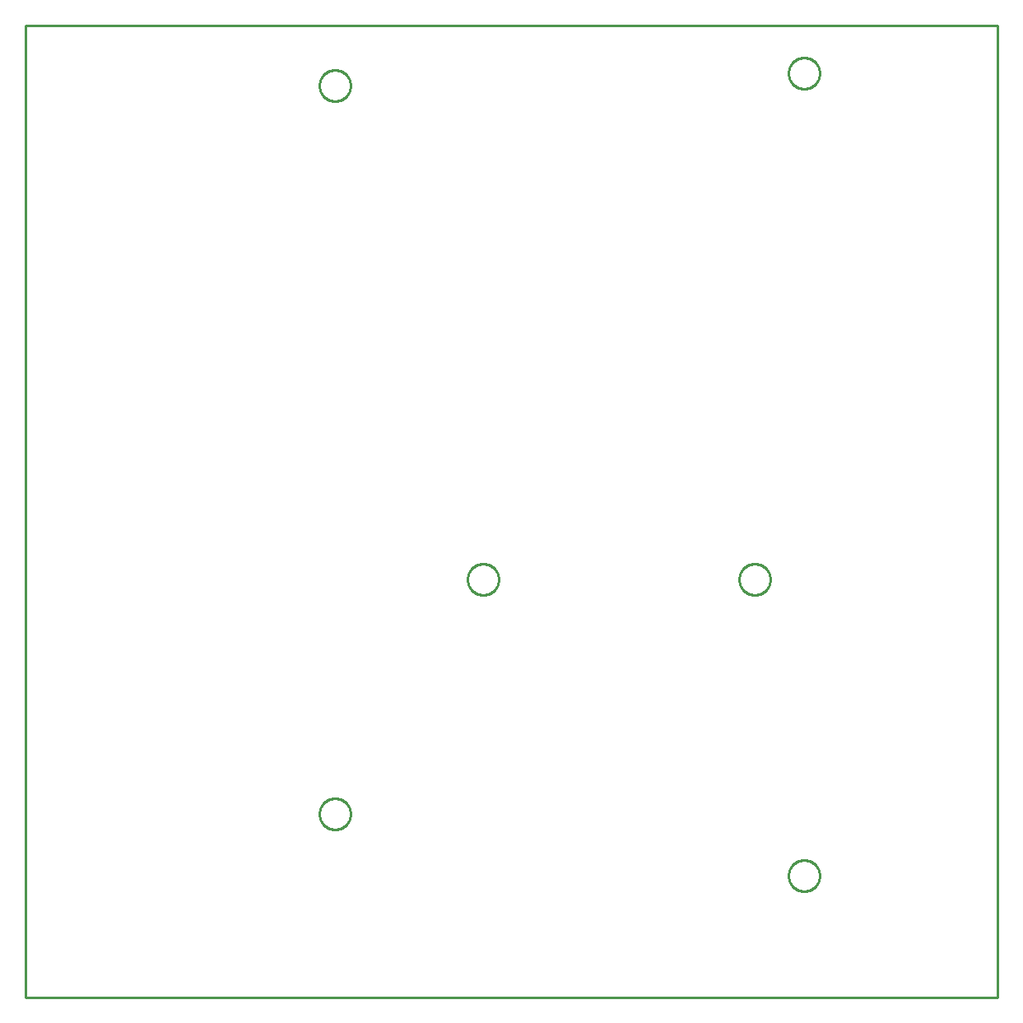
<source format=gbr>
G04 EAGLE Gerber RS-274X export*
G75*
%MOMM*%
%FSLAX34Y34*%
%LPD*%
%IN*%
%IPPOS*%
%AMOC8*
5,1,8,0,0,1.08239X$1,22.5*%
G01*
%ADD10C,0.254000*%


D10*
X0Y0D02*
X999700Y0D01*
X999700Y1000200D01*
X0Y1000200D01*
X0Y0D01*
X318824Y922000D02*
X319869Y922069D01*
X320908Y922205D01*
X321935Y922410D01*
X322947Y922681D01*
X323939Y923017D01*
X324907Y923418D01*
X325846Y923882D01*
X326754Y924406D01*
X327625Y924988D01*
X328456Y925625D01*
X329243Y926316D01*
X329984Y927057D01*
X330675Y927844D01*
X331313Y928675D01*
X331895Y929546D01*
X332418Y930454D01*
X332882Y931393D01*
X333283Y932361D01*
X333619Y933353D01*
X333890Y934365D01*
X334095Y935392D01*
X334232Y936431D01*
X334300Y937476D01*
X334300Y938524D01*
X334232Y939569D01*
X334095Y940608D01*
X333890Y941635D01*
X333619Y942647D01*
X333283Y943639D01*
X332882Y944607D01*
X332418Y945546D01*
X331895Y946454D01*
X331313Y947325D01*
X330675Y948156D01*
X329984Y948943D01*
X329243Y949684D01*
X328456Y950375D01*
X327625Y951013D01*
X326754Y951595D01*
X325846Y952118D01*
X324907Y952582D01*
X323939Y952983D01*
X322947Y953319D01*
X321935Y953590D01*
X320908Y953795D01*
X319869Y953932D01*
X318824Y954000D01*
X317776Y954000D01*
X316731Y953932D01*
X315692Y953795D01*
X314665Y953590D01*
X313653Y953319D01*
X312661Y952983D01*
X311693Y952582D01*
X310754Y952118D01*
X309846Y951595D01*
X308975Y951013D01*
X308144Y950375D01*
X307357Y949684D01*
X306616Y948943D01*
X305925Y948156D01*
X305288Y947325D01*
X304706Y946454D01*
X304182Y945546D01*
X303718Y944607D01*
X303317Y943639D01*
X302981Y942647D01*
X302710Y941635D01*
X302505Y940608D01*
X302369Y939569D01*
X302300Y938524D01*
X302300Y937476D01*
X302369Y936431D01*
X302505Y935392D01*
X302710Y934365D01*
X302981Y933353D01*
X303317Y932361D01*
X303718Y931393D01*
X304182Y930454D01*
X304706Y929546D01*
X305288Y928675D01*
X305925Y927844D01*
X306616Y927057D01*
X307357Y926316D01*
X308144Y925625D01*
X308975Y924988D01*
X309846Y924406D01*
X310754Y923882D01*
X311693Y923418D01*
X312661Y923017D01*
X313653Y922681D01*
X314665Y922410D01*
X315692Y922205D01*
X316731Y922069D01*
X317776Y922000D01*
X318824Y922000D01*
X801424Y934700D02*
X802469Y934769D01*
X803508Y934905D01*
X804535Y935110D01*
X805547Y935381D01*
X806539Y935717D01*
X807507Y936118D01*
X808446Y936582D01*
X809354Y937106D01*
X810225Y937688D01*
X811056Y938325D01*
X811843Y939016D01*
X812584Y939757D01*
X813275Y940544D01*
X813913Y941375D01*
X814495Y942246D01*
X815018Y943154D01*
X815482Y944093D01*
X815883Y945061D01*
X816219Y946053D01*
X816490Y947065D01*
X816695Y948092D01*
X816832Y949131D01*
X816900Y950176D01*
X816900Y951224D01*
X816832Y952269D01*
X816695Y953308D01*
X816490Y954335D01*
X816219Y955347D01*
X815883Y956339D01*
X815482Y957307D01*
X815018Y958246D01*
X814495Y959154D01*
X813913Y960025D01*
X813275Y960856D01*
X812584Y961643D01*
X811843Y962384D01*
X811056Y963075D01*
X810225Y963713D01*
X809354Y964295D01*
X808446Y964818D01*
X807507Y965282D01*
X806539Y965683D01*
X805547Y966019D01*
X804535Y966290D01*
X803508Y966495D01*
X802469Y966632D01*
X801424Y966700D01*
X800376Y966700D01*
X799331Y966632D01*
X798292Y966495D01*
X797265Y966290D01*
X796253Y966019D01*
X795261Y965683D01*
X794293Y965282D01*
X793354Y964818D01*
X792446Y964295D01*
X791575Y963713D01*
X790744Y963075D01*
X789957Y962384D01*
X789216Y961643D01*
X788525Y960856D01*
X787888Y960025D01*
X787306Y959154D01*
X786782Y958246D01*
X786318Y957307D01*
X785917Y956339D01*
X785581Y955347D01*
X785310Y954335D01*
X785105Y953308D01*
X784969Y952269D01*
X784900Y951224D01*
X784900Y950176D01*
X784969Y949131D01*
X785105Y948092D01*
X785310Y947065D01*
X785581Y946053D01*
X785917Y945061D01*
X786318Y944093D01*
X786782Y943154D01*
X787306Y942246D01*
X787888Y941375D01*
X788525Y940544D01*
X789216Y939757D01*
X789957Y939016D01*
X790744Y938325D01*
X791575Y937688D01*
X792446Y937106D01*
X793354Y936582D01*
X794293Y936118D01*
X795261Y935717D01*
X796253Y935381D01*
X797265Y935110D01*
X798292Y934905D01*
X799331Y934769D01*
X800376Y934700D01*
X801424Y934700D01*
X471224Y414000D02*
X472269Y414069D01*
X473308Y414205D01*
X474335Y414410D01*
X475347Y414681D01*
X476339Y415017D01*
X477307Y415418D01*
X478246Y415882D01*
X479154Y416406D01*
X480025Y416988D01*
X480856Y417625D01*
X481643Y418316D01*
X482384Y419057D01*
X483075Y419844D01*
X483713Y420675D01*
X484295Y421546D01*
X484818Y422454D01*
X485282Y423393D01*
X485683Y424361D01*
X486019Y425353D01*
X486290Y426365D01*
X486495Y427392D01*
X486632Y428431D01*
X486700Y429476D01*
X486700Y430524D01*
X486632Y431569D01*
X486495Y432608D01*
X486290Y433635D01*
X486019Y434647D01*
X485683Y435639D01*
X485282Y436607D01*
X484818Y437546D01*
X484295Y438454D01*
X483713Y439325D01*
X483075Y440156D01*
X482384Y440943D01*
X481643Y441684D01*
X480856Y442375D01*
X480025Y443013D01*
X479154Y443595D01*
X478246Y444118D01*
X477307Y444582D01*
X476339Y444983D01*
X475347Y445319D01*
X474335Y445590D01*
X473308Y445795D01*
X472269Y445932D01*
X471224Y446000D01*
X470176Y446000D01*
X469131Y445932D01*
X468092Y445795D01*
X467065Y445590D01*
X466053Y445319D01*
X465061Y444983D01*
X464093Y444582D01*
X463154Y444118D01*
X462246Y443595D01*
X461375Y443013D01*
X460544Y442375D01*
X459757Y441684D01*
X459016Y440943D01*
X458325Y440156D01*
X457688Y439325D01*
X457106Y438454D01*
X456582Y437546D01*
X456118Y436607D01*
X455717Y435639D01*
X455381Y434647D01*
X455110Y433635D01*
X454905Y432608D01*
X454769Y431569D01*
X454700Y430524D01*
X454700Y429476D01*
X454769Y428431D01*
X454905Y427392D01*
X455110Y426365D01*
X455381Y425353D01*
X455717Y424361D01*
X456118Y423393D01*
X456582Y422454D01*
X457106Y421546D01*
X457688Y420675D01*
X458325Y419844D01*
X459016Y419057D01*
X459757Y418316D01*
X460544Y417625D01*
X461375Y416988D01*
X462246Y416406D01*
X463154Y415882D01*
X464093Y415418D01*
X465061Y415017D01*
X466053Y414681D01*
X467065Y414410D01*
X468092Y414205D01*
X469131Y414069D01*
X470176Y414000D01*
X471224Y414000D01*
X750624Y414000D02*
X751669Y414069D01*
X752708Y414205D01*
X753735Y414410D01*
X754747Y414681D01*
X755739Y415017D01*
X756707Y415418D01*
X757646Y415882D01*
X758554Y416406D01*
X759425Y416988D01*
X760256Y417625D01*
X761043Y418316D01*
X761784Y419057D01*
X762475Y419844D01*
X763113Y420675D01*
X763695Y421546D01*
X764218Y422454D01*
X764682Y423393D01*
X765083Y424361D01*
X765419Y425353D01*
X765690Y426365D01*
X765895Y427392D01*
X766032Y428431D01*
X766100Y429476D01*
X766100Y430524D01*
X766032Y431569D01*
X765895Y432608D01*
X765690Y433635D01*
X765419Y434647D01*
X765083Y435639D01*
X764682Y436607D01*
X764218Y437546D01*
X763695Y438454D01*
X763113Y439325D01*
X762475Y440156D01*
X761784Y440943D01*
X761043Y441684D01*
X760256Y442375D01*
X759425Y443013D01*
X758554Y443595D01*
X757646Y444118D01*
X756707Y444582D01*
X755739Y444983D01*
X754747Y445319D01*
X753735Y445590D01*
X752708Y445795D01*
X751669Y445932D01*
X750624Y446000D01*
X749576Y446000D01*
X748531Y445932D01*
X747492Y445795D01*
X746465Y445590D01*
X745453Y445319D01*
X744461Y444983D01*
X743493Y444582D01*
X742554Y444118D01*
X741646Y443595D01*
X740775Y443013D01*
X739944Y442375D01*
X739157Y441684D01*
X738416Y440943D01*
X737725Y440156D01*
X737088Y439325D01*
X736506Y438454D01*
X735982Y437546D01*
X735518Y436607D01*
X735117Y435639D01*
X734781Y434647D01*
X734510Y433635D01*
X734305Y432608D01*
X734169Y431569D01*
X734100Y430524D01*
X734100Y429476D01*
X734169Y428431D01*
X734305Y427392D01*
X734510Y426365D01*
X734781Y425353D01*
X735117Y424361D01*
X735518Y423393D01*
X735982Y422454D01*
X736506Y421546D01*
X737088Y420675D01*
X737725Y419844D01*
X738416Y419057D01*
X739157Y418316D01*
X739944Y417625D01*
X740775Y416988D01*
X741646Y416406D01*
X742554Y415882D01*
X743493Y415418D01*
X744461Y415017D01*
X745453Y414681D01*
X746465Y414410D01*
X747492Y414205D01*
X748531Y414069D01*
X749576Y414000D01*
X750624Y414000D01*
X318824Y172700D02*
X319869Y172769D01*
X320908Y172905D01*
X321935Y173110D01*
X322947Y173381D01*
X323939Y173717D01*
X324907Y174118D01*
X325846Y174582D01*
X326754Y175106D01*
X327625Y175688D01*
X328456Y176325D01*
X329243Y177016D01*
X329984Y177757D01*
X330675Y178544D01*
X331313Y179375D01*
X331895Y180246D01*
X332418Y181154D01*
X332882Y182093D01*
X333283Y183061D01*
X333619Y184053D01*
X333890Y185065D01*
X334095Y186092D01*
X334232Y187131D01*
X334300Y188176D01*
X334300Y189224D01*
X334232Y190269D01*
X334095Y191308D01*
X333890Y192335D01*
X333619Y193347D01*
X333283Y194339D01*
X332882Y195307D01*
X332418Y196246D01*
X331895Y197154D01*
X331313Y198025D01*
X330675Y198856D01*
X329984Y199643D01*
X329243Y200384D01*
X328456Y201075D01*
X327625Y201713D01*
X326754Y202295D01*
X325846Y202818D01*
X324907Y203282D01*
X323939Y203683D01*
X322947Y204019D01*
X321935Y204290D01*
X320908Y204495D01*
X319869Y204632D01*
X318824Y204700D01*
X317776Y204700D01*
X316731Y204632D01*
X315692Y204495D01*
X314665Y204290D01*
X313653Y204019D01*
X312661Y203683D01*
X311693Y203282D01*
X310754Y202818D01*
X309846Y202295D01*
X308975Y201713D01*
X308144Y201075D01*
X307357Y200384D01*
X306616Y199643D01*
X305925Y198856D01*
X305288Y198025D01*
X304706Y197154D01*
X304182Y196246D01*
X303718Y195307D01*
X303317Y194339D01*
X302981Y193347D01*
X302710Y192335D01*
X302505Y191308D01*
X302369Y190269D01*
X302300Y189224D01*
X302300Y188176D01*
X302369Y187131D01*
X302505Y186092D01*
X302710Y185065D01*
X302981Y184053D01*
X303317Y183061D01*
X303718Y182093D01*
X304182Y181154D01*
X304706Y180246D01*
X305288Y179375D01*
X305925Y178544D01*
X306616Y177757D01*
X307357Y177016D01*
X308144Y176325D01*
X308975Y175688D01*
X309846Y175106D01*
X310754Y174582D01*
X311693Y174118D01*
X312661Y173717D01*
X313653Y173381D01*
X314665Y173110D01*
X315692Y172905D01*
X316731Y172769D01*
X317776Y172700D01*
X318824Y172700D01*
X801424Y109200D02*
X802469Y109269D01*
X803508Y109405D01*
X804535Y109610D01*
X805547Y109881D01*
X806539Y110217D01*
X807507Y110618D01*
X808446Y111082D01*
X809354Y111606D01*
X810225Y112188D01*
X811056Y112825D01*
X811843Y113516D01*
X812584Y114257D01*
X813275Y115044D01*
X813913Y115875D01*
X814495Y116746D01*
X815018Y117654D01*
X815482Y118593D01*
X815883Y119561D01*
X816219Y120553D01*
X816490Y121565D01*
X816695Y122592D01*
X816832Y123631D01*
X816900Y124676D01*
X816900Y125724D01*
X816832Y126769D01*
X816695Y127808D01*
X816490Y128835D01*
X816219Y129847D01*
X815883Y130839D01*
X815482Y131807D01*
X815018Y132746D01*
X814495Y133654D01*
X813913Y134525D01*
X813275Y135356D01*
X812584Y136143D01*
X811843Y136884D01*
X811056Y137575D01*
X810225Y138213D01*
X809354Y138795D01*
X808446Y139318D01*
X807507Y139782D01*
X806539Y140183D01*
X805547Y140519D01*
X804535Y140790D01*
X803508Y140995D01*
X802469Y141132D01*
X801424Y141200D01*
X800376Y141200D01*
X799331Y141132D01*
X798292Y140995D01*
X797265Y140790D01*
X796253Y140519D01*
X795261Y140183D01*
X794293Y139782D01*
X793354Y139318D01*
X792446Y138795D01*
X791575Y138213D01*
X790744Y137575D01*
X789957Y136884D01*
X789216Y136143D01*
X788525Y135356D01*
X787888Y134525D01*
X787306Y133654D01*
X786782Y132746D01*
X786318Y131807D01*
X785917Y130839D01*
X785581Y129847D01*
X785310Y128835D01*
X785105Y127808D01*
X784969Y126769D01*
X784900Y125724D01*
X784900Y124676D01*
X784969Y123631D01*
X785105Y122592D01*
X785310Y121565D01*
X785581Y120553D01*
X785917Y119561D01*
X786318Y118593D01*
X786782Y117654D01*
X787306Y116746D01*
X787888Y115875D01*
X788525Y115044D01*
X789216Y114257D01*
X789957Y113516D01*
X790744Y112825D01*
X791575Y112188D01*
X792446Y111606D01*
X793354Y111082D01*
X794293Y110618D01*
X795261Y110217D01*
X796253Y109881D01*
X797265Y109610D01*
X798292Y109405D01*
X799331Y109269D01*
X800376Y109200D01*
X801424Y109200D01*
M02*

</source>
